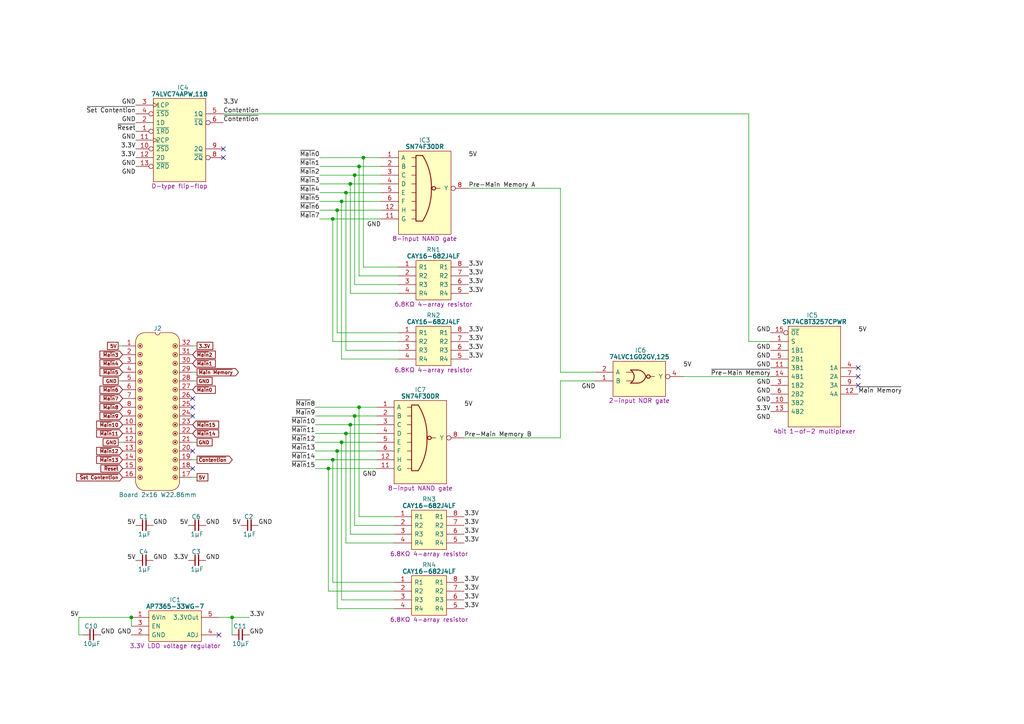
<source format=kicad_sch>
(kicad_sch (version 20250114) (generator "eeschema") (generator_version "9.0")
  (paper "A4")
  (title_block (title "Main Memory Full Enable") (date "2025-09-16") (rev "V0"))
  (lib_symbols
    (symbol "Bourns:CAY16-682J4LF" (pin_names (offset 0.762))
      (property "Reference" "RN" (at 10.16 5.08 0))
      (property "Value" "CAY16-682J4LF" (at 10.16 3.175 0))
      (property "Description" "6.8KΩ 4-array resistor" (at 10.16 -10.795 0))
      (symbol "CAY16-682J4LF_0_0"
        (pin passive line (at 0 0 0) (length 5.08) (name "R1") (number "1"))
        (pin passive line (at 0 -2.54 0) (length 5.08) (name "R2") (number "2"))
        (pin passive line (at 0 -5.08 0) (length 5.08) (name "R3") (number "3"))
        (pin passive line (at 0 -7.62 0) (length 5.08) (name "R4") (number "4"))
        (pin passive line (at 20.32 0 180) (length 5.08) (name "R1") (number "8"))
        (pin passive line (at 20.32 -2.54 180) (length 5.08) (name "R2") (number "7"))
        (pin passive line (at 20.32 -5.08 180) (length 5.08) (name "R3") (number "6"))
        (pin passive line (at 20.32 -7.62 180) (length 5.08) (name "R4") (number "5"))
      )
      (symbol "CAY16-682J4LF_0_1"
        (polyline (pts (xy 5.08 1.905) (xy 15.24 1.905) (xy 15.24 -9.525) (xy 5.08 -9.525) (xy 5.08 1.905)) (stroke (width 0.1524)) (fill (type background)))
      )
    )
    (symbol "Diodes_Inc:AP7365-33WG-7" (pin_names (offset 0.762))
      (property "Reference" "IC" (at 12.7 5.08 0))
      (property "Value" "AP7365-33WG-7" (at 12.7 3.175 0))
      (property "Description" "3.3V LDO voltage regulator" (at 12.7 -8.255 0))
      (symbol "AP7365-33WG-7_0_0"
        (pin input line (at 0 -2.54 0) (length 5.08) (name "EN") (number "3"))
        (pin passive line (at 0 -5.08 0) (length 5.08) (name "GND") (number "2"))
        (pin passive line (at 25.4 -5.08 180) (length 5.08) (name "ADJ") (number "4"))
      )
      (symbol "AP7365-33WG-7_0_1"
        (polyline (pts (xy 5.08 1.905) (xy 20.32 1.905) (xy 20.32 -6.985) (xy 5.08 -6.985) (xy 5.08 1.905)) (fill (type background)))
      )
      (symbol "AP7365-33WG-7_1_0"
        (pin passive line (at 0 0 0) (length 5.08) (name "6VIn") (number "1"))
        (pin passive line (at 25.4 0 180) (length 5.08) (name "3.3VOut") (number "5"))
      )
    )
    (symbol "HCP65:Board_02x16_W22.86mm" (pin_names (offset 1.016) (hide yes))
      (property "Reference" "J" (at 0 5.08 0))
      (property "Value" "Board 2x16 W22.86mm" (at 0 -43.18 0))
      (symbol "Board_02x16_W22.86mm_0_1"
        (polyline (pts (xy -6.35 1.27) (xy -6.35 -39.37)))
        (arc (start -3.8102 -41.9098) (mid -5.6063 -41.1659) (end -6.3502 -39.3698))
        (arc (start -6.35 1.27) (mid -5.6061 3.0661) (end -3.81 3.81))
        (polyline (pts (xy -3.81 3.81) (xy -0.635 3.81)))
        (arc (start 0.635 3.81) (mid 0 3.175) (end -0.635 3.81))
        (polyline (pts (xy 0.635 3.81) (xy 3.81 3.81)))
        (polyline (pts (xy 3.8098 -41.9098) (xy -3.81 -41.91)))
        (arc (start 3.81 3.81) (mid 5.6061 3.0661) (end 6.35 1.27))
        (arc (start 6.3498 -39.3698) (mid 5.6059 -41.1659) (end 3.8098 -41.9098))
        (polyline (pts (xy 6.35 -39.37) (xy 6.35 1.27)))
      )
      (symbol "Board_02x16_W22.86mm_1_1"
        (polyline (pts (xy -6.35 1.27) (xy -6.096 2.286) (xy -5.588 3.048) (xy -4.826 3.556) (xy -4.064 3.81) (xy -0.762 3.81) (xy -0.508 3.302) (xy 0 3.048) (xy 0 -41.91) (xy -3.81 -41.91) (xy -4.826 -41.656) (xy -5.588 -41.148) (xy -6.096 -40.386) (xy -6.35 -39.37) (xy -6.35 1.27)) (stroke (width -0.0001)) (fill (type background)))
        (circle (center -5.08 0) (radius 0.0001) (stroke (width 0.3)))
        (circle (center -5.08 0) (radius 0.635) (fill (type color) (color 255 255 255 1)))
        (circle (center -5.08 -2.54) (radius 0.0001) (stroke (width 0.3)))
        (circle (center -5.08 -2.54) (radius 0.635) (fill (type color) (color 255 255 255 1)))
        (circle (center -5.08 -5.08) (radius 0.0001) (stroke (width 0.3)))
        (circle (center -5.08 -5.08) (radius 0.635) (fill (type color) (color 255 255 255 1)))
        (circle (center -5.08 -7.62) (radius 0.0001) (stroke (width 0.3)))
        (circle (center -5.08 -7.62) (radius 0.635) (fill (type color) (color 255 255 255 1)))
        (circle (center -5.08 -10.16) (radius 0.0001) (stroke (width 0.3)))
        (circle (center -5.08 -10.16) (radius 0.635) (fill (type color) (color 255 255 255 1)))
        (circle (center -5.08 -12.7) (radius 0.0001) (stroke (width 0.3)))
        (circle (center -5.08 -12.7) (radius 0.635) (fill (type color) (color 255 255 255 1)))
        (circle (center -5.08 -15.24) (radius 0.0001) (stroke (width 0.3)))
        (circle (center -5.08 -15.24) (radius 0.635) (fill (type color) (color 255 255 255 1)))
        (circle (center -5.08 -17.78) (radius 0.0001) (stroke (width 0.3)))
        (circle (center -5.08 -17.78) (radius 0.635) (fill (type color) (color 255 255 255 1)))
        (circle (center -5.08 -20.32) (radius 0.0001) (stroke (width 0.3)))
        (circle (center -5.08 -20.32) (radius 0.635) (fill (type color) (color 255 255 255 1)))
        (circle (center -5.08 -22.86) (radius 0.0001) (stroke (width 0.3)))
        (circle (center -5.08 -22.86) (radius 0.635) (fill (type color) (color 255 255 255 1)))
        (circle (center -5.08 -25.4) (radius 0.0001) (stroke (width 0.3)))
        (circle (center -5.08 -25.4) (radius 0.635) (fill (type color) (color 255 255 255 1)))
        (circle (center -5.08 -27.94) (radius 0.0001) (stroke (width 0.3)))
        (circle (center -5.08 -27.94) (radius 0.635) (fill (type color) (color 255 255 255 1)))
        (circle (center -5.08 -30.48) (radius 0.0001) (stroke (width 0.3)))
        (circle (center -5.08 -30.48) (radius 0.635) (fill (type color) (color 255 255 255 1)))
        (circle (center -5.08 -33.02) (radius 0.0001) (stroke (width 0.3)))
        (circle (center -5.08 -33.02) (radius 0.635) (fill (type color) (color 255 255 255 1)))
        (circle (center -5.08 -35.56) (radius 0.0001) (stroke (width 0.3)))
        (circle (center -5.08 -35.56) (radius 0.635) (fill (type color) (color 255 255 255 1)))
        (circle (center -5.08 -38.1) (radius 0.0001) (stroke (width 0.3)))
        (circle (center -5.08 -38.1) (radius 0.635) (fill (type color) (color 255 255 255 1)))
        (circle (center 5.08 0) (radius 0.0001) (stroke (width 0.3)))
        (circle (center 5.08 0) (radius 0.635) (fill (type color) (color 255 255 255 1)))
        (circle (center 5.08 -2.54) (radius 0.0001) (stroke (width 0.3)))
        (circle (center 5.08 -2.54) (radius 0.635) (fill (type color) (color 255 255 255 1)))
        (circle (center 5.08 -5.08) (radius 0.0001) (stroke (width 0.3)))
        (circle (center 5.08 -5.08) (radius 0.635) (fill (type color) (color 255 255 255 1)))
        (circle (center 5.08 -7.62) (radius 0.0001) (stroke (width 0.3)))
        (circle (center 5.08 -7.62) (radius 0.635) (fill (type color) (color 255 255 255 1)))
        (circle (center 5.08 -10.16) (radius 0.0001) (stroke (width 0.3)))
        (circle (center 5.08 -10.16) (radius 0.635) (fill (type color) (color 255 255 255 1)))
        (circle (center 5.08 -12.7) (radius 0.0001) (stroke (width 0.3)))
        (circle (center 5.08 -12.7) (radius 0.635) (fill (type color) (color 255 255 255 1)))
        (circle (center 5.08 -15.24) (radius 0.0001) (stroke (width 0.3)))
        (circle (center 5.08 -15.24) (radius 0.635) (fill (type color) (color 255 255 255 1)))
        (circle (center 5.08 -17.78) (radius 0.0001) (stroke (width 0.3)))
        (circle (center 5.08 -17.78) (radius 0.635) (fill (type color) (color 255 255 255 1)))
        (circle (center 5.08 -20.32) (radius 0.0001) (stroke (width 0.3)))
        (circle (center 5.08 -20.32) (radius 0.635) (fill (type color) (color 255 255 255 1)))
        (circle (center 5.08 -22.86) (radius 0.0001) (stroke (width 0.3)))
        (circle (center 5.08 -22.86) (radius 0.635) (fill (type color) (color 255 255 255 1)))
        (circle (center 5.08 -25.4) (radius 0.0001) (stroke (width 0.3)))
        (circle (center 5.08 -25.4) (radius 0.635) (fill (type color) (color 255 255 255 1)))
        (circle (center 5.08 -27.94) (radius 0.0001) (stroke (width 0.3)))
        (circle (center 5.08 -27.94) (radius 0.635) (fill (type color) (color 255 255 255 1)))
        (circle (center 5.08 -30.48) (radius 0.0001) (stroke (width 0.3)))
        (circle (center 5.08 -30.48) (radius 0.635) (fill (type color) (color 255 255 255 1)))
        (circle (center 5.08 -33.02) (radius 0.0001) (stroke (width 0.3)))
        (circle (center 5.08 -33.02) (radius 0.635) (fill (type color) (color 255 255 255 1)))
        (circle (center 5.08 -35.56) (radius 0.0001) (stroke (width 0.3)))
        (circle (center 5.08 -35.56) (radius 0.635) (fill (type color) (color 255 255 255 1)))
        (circle (center 5.08 -38.1) (radius 0.0001) (stroke (width 0.3)))
        (circle (center 5.08 -38.1) (radius 0.635) (fill (type color) (color 255 255 255 1)))
        (polyline (pts (xy 6.35 1.27) (xy 6.096 2.286) (xy 5.588 3.048) (xy 4.826 3.556) (xy 4.064 3.81) (xy 0.762 3.81) (xy 0.508 3.302) (xy 0 3.048) (xy 0 -41.91) (xy 3.81 -41.91) (xy 4.826 -41.656) (xy 5.588 -41.148) (xy 6.096 -40.386) (xy 6.35 -39.37) (xy 6.35 1.27)) (stroke (width -0.0001)) (fill (type background)))
        (pin passive line (at -10.16 0 0) (length 3.81) (name "") (number "1"))
        (pin passive line (at -10.16 -2.54 0) (length 3.81) (name "") (number "2"))
        (pin passive line (at -10.16 -5.08 0) (length 3.81) (name "") (number "3"))
        (pin passive line (at -10.16 -7.62 0) (length 3.81) (name "") (number "4"))
        (pin passive line (at -10.16 -10.16 0) (length 3.81) (name "") (number "5"))
        (pin passive line (at -10.16 -12.7 0) (length 3.81) (name "") (number "6"))
        (pin passive line (at -10.16 -15.24 0) (length 3.81) (name "") (number "7"))
        (pin passive line (at -10.16 -17.78 0) (length 3.81) (name "") (number "8"))
        (pin passive line (at -10.16 -20.32 0) (length 3.81) (name "") (number "9"))
        (pin passive line (at -10.16 -22.86 0) (length 3.81) (name "") (number "10"))
        (pin passive line (at -10.16 -25.4 0) (length 3.81) (name "") (number "11"))
        (pin passive line (at -10.16 -27.94 0) (length 3.81) (name "") (number "12"))
        (pin passive line (at -10.16 -30.48 0) (length 3.81) (name "") (number "13"))
        (pin passive line (at -10.16 -33.02 0) (length 3.81) (name "") (number "14"))
        (pin passive line (at -10.16 -35.56 0) (length 3.81) (name "") (number "15"))
        (pin passive line (at -10.16 -38.1 0) (length 3.81) (name "") (number "16"))
        (pin passive line (at 10.16 0 180) (length 3.81) (name "") (number "32"))
        (pin passive line (at 10.16 -2.54 180) (length 3.81) (name "") (number "31"))
        (pin passive line (at 10.16 -5.08 180) (length 3.81) (name "") (number "30"))
        (pin passive line (at 10.16 -7.62 180) (length 3.81) (name "") (number "29"))
        (pin passive line (at 10.16 -10.16 180) (length 3.81) (name "") (number "28"))
        (pin passive line (at 10.16 -12.7 180) (length 3.81) (name "") (number "27"))
        (pin passive line (at 10.16 -15.24 180) (length 3.81) (name "") (number "26"))
        (pin passive line (at 10.16 -17.78 180) (length 3.81) (name "") (number "25"))
        (pin passive line (at 10.16 -20.32 180) (length 3.81) (name "") (number "24"))
        (pin passive line (at 10.16 -22.86 180) (length 3.81) (name "") (number "23"))
        (pin passive line (at 10.16 -25.4 180) (length 3.81) (name "") (number "22"))
        (pin passive line (at 10.16 -27.94 180) (length 3.81) (name "") (number "21"))
        (pin passive line (at 10.16 -30.48 180) (length 3.81) (name "") (number "20"))
        (pin passive line (at 10.16 -33.02 180) (length 3.81) (name "") (number "19"))
        (pin passive line (at 10.16 -35.56 180) (length 3.81) (name "") (number "18"))
        (pin passive line (at 10.16 -38.1 180) (length 3.81) (name "") (number "17"))
      )
    )
    (symbol "HCP65:C_0805" (pin_numbers (hide yes)) (pin_names (offset 0.254) (hide yes))
      (property "Reference" "C" (at 2.286 2.54 0))
      (property "Value" "?μF" (at 2.54 -2.54 0))
      (symbol "C_0805_0_1"
        (polyline (pts (xy 1.9685 -1.4605) (xy 1.9685 1.5875)) (stroke (width 0.3048)))
        (polyline (pts (xy 2.9845 -1.4605) (xy 2.9845 1.5875)) (stroke (width 0.3302)))
      )
      (symbol "C_0805_1_1"
        (pin passive line (at 0 0 0) (length 2.032) (name "~") (number "1"))
        (pin passive line (at 5.08 0 180) (length 2.032) (name "~") (number "2"))
      )
    )
    (symbol "Nexperia:74LVC1G02GV,125" (pin_names (offset 0.762))
      (property "Reference" "IC" (at 11.43 6.35 0))
      (property "Value" "74LVC1G02GV,125" (at 3.81 4.445 0))
      (property "Description" "2-input NOR gate" (at 3.81 -8.255 0))
      (symbol "74LVC1G02GV,125_0_0"
        (pin input line (at 0 0 0) (length 5.08) (name "A") (number "2"))
        (pin input line (at 0 -2.54 0) (length 5.08) (name "B") (number "1"))
        (pin passive line (at 0 -5.08 0) (length 5.08) (hide yes) (name "GND") (number "3"))
        (pin passive line (at 25.4 1.27 180) (length 5.08) (hide yes) (name "3V") (number "5"))
        (pin output inverted (at 25.4 -1.27 180) (length 5.08) (name "Y") (number "4"))
      )
      (symbol "74LVC1G02GV,125_0_1"
        (polyline (pts (xy 5.08 3.175) (xy 20.32 3.175) (xy 20.32 -6.985) (xy 5.08 -6.985) (xy 5.08 3.175)) (stroke (width 0.1524)) (fill (type background)))
        (polyline (pts (xy 8.89 0) (xy 10.795 0)))
        (polyline (pts (xy 8.89 -2.54) (xy 10.795 -2.54)))
        (arc (start 10.16 0.635) (mid 11.2105 -1.27) (end 10.16 -3.175) (stroke (width 0.254)))
        (polyline (pts (xy 12.065 0.635) (xy 10.16 0.635)) (stroke (width 0.254)) (fill (type background)))
        (polyline (pts (xy 12.065 -3.175) (xy 10.16 -3.175)) (stroke (width 0.254)) (fill (type background)))
        (arc (start 14.605 -1.27) (mid 13.6635 -2.6605) (end 12.065 -3.175) (stroke (width 0.254)))
        (arc (start 12.065 0.635) (mid 13.664 0.1212) (end 14.605 -1.27) (stroke (width 0.254)))
        (circle (center 15.328 -1.27) (radius 0.508) (stroke (width 0.254)))
        (polyline (pts (xy 15.963 -1.27) (xy 17.145 -1.27)))
      )
    )
    (symbol "Nexperia:74LVC74APW,118" (pin_names (offset 0.762))
      (property "Reference" "IC" (at 12.065 5.08 0))
      (property "Value" "74LVC74APW,118" (at 12.7 3.175 0))
      (property "Description" "D-type flip-flop" (at 12.7 -23.495 0))
      (symbol "74LVC74APW,118_0_0"
        (pin input clock (at 0 0 0) (length 5.08) (name "1CP") (number "3"))
        (pin input inverted (at 0 -2.54 0) (length 5.08) (name "~{1SD}") (number "4"))
        (pin input line (at 0 -5.08 0) (length 5.08) (name "1D") (number "2"))
        (pin input inverted (at 0 -7.62 0) (length 5.08) (name "~{1RD}") (number "1"))
        (pin input clock (at 0 -10.16 0) (length 5.08) (name "2CP") (number "11"))
        (pin input inverted (at 0 -12.7 0) (length 5.08) (name "~{2SD}") (number "10"))
        (pin input line (at 0 -15.24 0) (length 5.08) (name "2D") (number "12"))
        (pin input inverted (at 0 -17.78 0) (length 5.08) (name "~{2RD}") (number "13"))
        (pin passive line (at 0 -20.32 0) (length 5.08) (hide yes) (name "GND") (number "7"))
        (pin passive line (at 25.4 0 180) (length 5.08) (hide yes) (name "3V") (number "14"))
        (pin output line (at 25.4 -2.54 180) (length 5.08) (name "1Q") (number "5"))
        (pin output inverted (at 25.4 -5.08 180) (length 5.08) (name "~{1Q}") (number "6"))
        (pin output line (at 25.4 -12.7 180) (length 5.08) (name "2Q") (number "9"))
        (pin output inverted (at 25.4 -15.24 180) (length 5.08) (name "~{2Q}") (number "8"))
      )
      (symbol "74LVC74APW,118_0_1"
        (polyline (pts (xy 5.08 1.905) (xy 20.32 1.905) (xy 20.32 -22.225) (xy 5.08 -22.225) (xy 5.08 1.905)) (stroke (width 0.1524)) (fill (type background)))
      )
    )
    (symbol "Texas_Instruments:SN74CBT3257CPWR" (pin_names (offset 0.762))
      (property "Reference" "IC" (at 12.065 5.08 0))
      (property "Value" "SN74CBT3257CPWR" (at 12.7 3.175 0))
      (property "Description" "4bit 1-of-2 multiplexer" (at 12.7 -28.575 0))
      (symbol "SN74CBT3257CPWR_0_0"
        (pin input line (at 0 -2.54 0) (length 5.08) (name "S") (number "1"))
        (pin passive line (at 0 -25.4 0) (length 5.08) (hide yes) (name "GND") (number "8"))
      )
      (symbol "SN74CBT3257CPWR_0_1"
        (polyline (pts (xy 5.08 1.905) (xy 20.32 1.905) (xy 20.32 -27.305) (xy 5.08 -27.305) (xy 5.08 1.905)) (stroke (width 0.1524)) (fill (type background)))
      )
      (symbol "SN74CBT3257CPWR_1_0"
        (pin input inverted (at 0 0 0) (length 5.08) (name "~{OE}") (number "15"))
        (pin tri_state line (at 0 -5.08 0) (length 5.08) (name "1B1") (number "2"))
        (pin tri_state line (at 0 -7.62 0) (length 5.08) (name "2B1") (number "5"))
        (pin tri_state line (at 0 -10.16 0) (length 5.08) (name "3B1") (number "11"))
        (pin tri_state line (at 0 -12.7 0) (length 5.08) (name "4B1") (number "14"))
        (pin tri_state line (at 0 -15.24 0) (length 5.08) (name "1B2") (number "3"))
        (pin tri_state line (at 0 -17.78 0) (length 5.08) (name "2B2") (number "6"))
        (pin tri_state line (at 0 -20.32 0) (length 5.08) (name "3B2") (number "10"))
        (pin tri_state line (at 0 -22.86 0) (length 5.08) (name "4B2") (number "13"))
        (pin passive line (at 25.4 0 180) (length 5.08) (hide yes) (name "5V") (number "16"))
        (pin tri_state line (at 25.4 -10.16 180) (length 5.08) (name "1A") (number "4"))
        (pin tri_state line (at 25.4 -12.7 180) (length 5.08) (name "2A") (number "7"))
        (pin tri_state line (at 25.4 -15.24 180) (length 5.08) (name "3A") (number "9"))
        (pin tri_state line (at 25.4 -17.78 180) (length 5.08) (name "4A") (number "12"))
      )
    )
    (symbol "Texas_Instruments:SN74F30DR" (pin_names (offset 0.762))
      (property "Reference" "IC" (at 12.7 5.08 0))
      (property "Value" "SN74F30DR" (at 12.7 3.175 0))
      (property "Description" "8-input NAND gate" (at 12.7 -23.495 0))
      (symbol "SN74F30DR_0_0"
        (pin input line (at 0 0 0) (length 5.08) (name "A") (number "1"))
        (pin input line (at 0 -2.54 0) (length 5.08) (name "B") (number "2"))
        (pin input line (at 0 -5.08 0) (length 5.08) (name "C") (number "3"))
        (pin input line (at 0 -7.62 0) (length 5.08) (name "D") (number "4"))
        (pin input line (at 0 -10.16 0) (length 5.08) (name "E") (number "5"))
        (pin input line (at 0 -12.7 0) (length 5.08) (name "F") (number "6"))
        (pin input line (at 0 -15.24 0) (length 5.08) (name "H") (number "12"))
        (pin input line (at 0 -17.78 0) (length 5.08) (name "G") (number "11"))
        (pin passive line (at 0 -20.32 0) (length 5.08) (hide yes) (name "GND") (number "7"))
        (pin passive line (at 25.4 0 180) (length 5.08) (hide yes) (name "5V") (number "14"))
        (pin no_connect line (at 25.4 -15.24 180) (length 5.08) (hide yes) (name "N.C.") (number "13"))
        (pin no_connect line (at 25.4 -17.78 180) (length 5.08) (hide yes) (name "N.C.") (number "10"))
        (pin no_connect line (at 25.4 -20.32 180) (length 5.08) (hide yes) (name "N.C.") (number "9"))
      )
      (symbol "SN74F30DR_0_1"
        (arc (start 12.065 0.635) (mid 14.0638 -3.9331) (end 14.605 -8.89) (stroke (width 0.254)))
        (arc (start 14.605 -8.89) (mid 14.065 -13.8472) (end 12.065 -18.415) (stroke (width 0.254)))
        (polyline (pts (xy 5.08 1.905) (xy 20.32 1.905) (xy 20.32 -22.225) (xy 5.08 -22.225) (xy 5.08 1.905)) (stroke (width 0.1524)) (fill (type background)))
        (polyline (pts (xy 8.89 0) (xy 10.1599 0)))
        (polyline (pts (xy 8.89 -2.54) (xy 10.1599 -2.54)))
        (polyline (pts (xy 8.89 -5.08) (xy 10.1599 -5.08)))
        (polyline (pts (xy 8.89 -7.62) (xy 10.1599 -7.62)))
        (polyline (pts (xy 8.89 -10.16) (xy 10.1599 -10.16)))
        (polyline (pts (xy 8.89 -12.7) (xy 10.1599 -12.7)))
        (polyline (pts (xy 8.89 -15.24) (xy 10.1599 -15.24)))
        (polyline (pts (xy 8.89 -17.78) (xy 10.1599 -17.78)))
        (polyline (pts (xy 10.16 0.635) (xy 10.16 -18.415)) (stroke (width 0.254)) (fill (type background)))
        (polyline (pts (xy 12.065 0.635) (xy 10.248 0.635)) (stroke (width 0.254)) (fill (type background)))
        (polyline (pts (xy 12.065 -18.415) (xy 10.248 -18.415)) (stroke (width 0.254)) (fill (type background)))
        (circle (center 15.328 -8.89) (radius 0.508) (stroke (width 0.254)))
        (polyline (pts (xy 15.963 -8.89) (xy 17.145 -8.89)))
      )
      (symbol "SN74F30DR_1_0"
        (pin output inverted (at 25.4 -8.89 180) (length 5.08) (name "Y") (number "8"))
      )
    )
  )
  (junction (at 99.06 128.27))
  (junction (at 101.6 123.19))
  (junction (at 104.14 48.26))
  (junction (at 102.87 50.8))
  (junction (at 99.06 58.42))
  (junction (at 38.1 179.07))
  (junction (at 96.52 63.5))
  (junction (at 97.79 130.81))
  (junction (at 95.25 135.89))
  (junction (at 105.41 45.72))
  (junction (at 100.33 125.73))
  (junction (at 67.31 179.07))
  (junction (at 102.87 120.65))
  (junction (at 101.6 53.34))
  (junction (at 100.33 55.88))
  (junction (at 104.14 118.11))
  (junction (at 97.79 60.96))
  (junction (at 96.52 133.35))
  (no_connect (at 248.92 109.22))
  (no_connect (at 63.5 184.15))
  (no_connect (at 55.88 115.57))
  (no_connect (at 64.77 45.72))
  (no_connect (at 55.88 130.81))
  (no_connect (at 55.88 118.11))
  (no_connect (at 64.77 43.18))
  (no_connect (at 55.88 135.89))
  (no_connect (at 248.92 106.68))
  (no_connect (at 248.92 111.76))
  (no_connect (at 55.88 120.65))
  (wire (pts (xy 97.79 130.81) (xy 97.79 176.53)))
  (wire (pts (xy 55.88 110.49) (xy 57.15 110.49)))
  (wire (pts (xy 91.44 120.65) (xy 102.87 120.65)))
  (wire (pts (xy 92.71 50.8) (xy 102.87 50.8)))
  (wire (pts (xy 115.57 104.14) (xy 99.06 104.14)))
  (wire (pts (xy 34.29 100.33) (xy 35.56 100.33)))
  (wire (pts (xy 101.6 154.94) (xy 101.6 123.19)))
  (wire (pts (xy 96.52 133.35) (xy 109.22 133.35)))
  (wire (pts (xy 101.6 53.34) (xy 110.49 53.34)))
  (wire (pts (xy 115.57 96.52) (xy 97.79 96.52)))
  (wire (pts (xy 162.56 107.95) (xy 162.56 54.61)))
  (wire (pts (xy 67.31 184.15) (xy 67.31 179.07)))
  (wire (pts (xy 34.29 110.49) (xy 35.56 110.49)))
  (wire (pts (xy 115.57 99.06) (xy 96.52 99.06)))
  (wire (pts (xy 92.71 48.26) (xy 104.14 48.26)))
  (wire (pts (xy 91.44 135.89) (xy 95.25 135.89)))
  (wire (pts (xy 55.88 100.33) (xy 57.15 100.33)))
  (wire (pts (xy 100.33 157.48) (xy 100.33 125.73)))
  (wire (pts (xy 217.17 99.06) (xy 223.52 99.06)))
  (wire (pts (xy 101.6 85.09) (xy 101.6 53.34)))
  (wire (pts (xy 100.33 55.88) (xy 100.33 101.6)))
  (wire (pts (xy 114.3 171.45) (xy 95.25 171.45)))
  (wire (pts (xy 92.71 63.5) (xy 96.52 63.5)))
  (wire (pts (xy 95.25 135.89) (xy 95.25 171.45)))
  (wire (pts (xy 96.52 63.5) (xy 110.49 63.5)))
  (wire (pts (xy 114.3 152.4) (xy 102.87 152.4)))
  (wire (pts (xy 22.86 179.07) (xy 38.1 179.07)))
  (wire (pts (xy 57.15 107.95) (xy 55.88 107.95)))
  (wire (pts (xy 114.3 149.86) (xy 104.14 149.86)))
  (wire (pts (xy 114.3 176.53) (xy 97.79 176.53)))
  (wire (pts (xy 91.44 133.35) (xy 96.52 133.35)))
  (wire (pts (xy 64.77 33.02) (xy 217.17 33.02)))
  (wire (pts (xy 162.56 110.49) (xy 162.56 127)))
  (wire (pts (xy 38.1 179.07) (xy 38.1 181.61)))
  (wire (pts (xy 96.52 133.35) (xy 96.52 168.91)))
  (wire (pts (xy 91.44 118.11) (xy 104.14 118.11)))
  (wire (pts (xy 57.15 138.43) (xy 55.88 138.43)))
  (wire (pts (xy 114.3 154.94) (xy 101.6 154.94)))
  (wire (pts (xy 92.71 60.96) (xy 97.79 60.96)))
  (wire (pts (xy 100.33 125.73) (xy 109.22 125.73)))
  (wire (pts (xy 114.3 168.91) (xy 96.52 168.91)))
  (wire (pts (xy 99.06 58.42) (xy 110.49 58.42)))
  (wire (pts (xy 92.71 45.72) (xy 105.41 45.72)))
  (wire (pts (xy 97.79 130.81) (xy 109.22 130.81)))
  (wire (pts (xy 97.79 60.96) (xy 110.49 60.96)))
  (wire (pts (xy 102.87 120.65) (xy 109.22 120.65)))
  (wire (pts (xy 104.14 149.86) (xy 104.14 118.11)))
  (wire (pts (xy 105.41 45.72) (xy 110.49 45.72)))
  (wire (pts (xy 96.52 63.5) (xy 96.52 99.06)))
  (wire (pts (xy 104.14 118.11) (xy 109.22 118.11)))
  (wire (pts (xy 217.17 33.02) (xy 217.17 99.06)))
  (wire (pts (xy 115.57 101.6) (xy 100.33 101.6)))
  (wire (pts (xy 102.87 82.55) (xy 102.87 50.8)))
  (wire (pts (xy 115.57 80.01) (xy 104.14 80.01)))
  (wire (pts (xy 63.5 179.07) (xy 67.31 179.07)))
  (wire (pts (xy 99.06 128.27) (xy 99.06 173.99)))
  (wire (pts (xy 100.33 55.88) (xy 110.49 55.88)))
  (wire (pts (xy 102.87 50.8) (xy 110.49 50.8)))
  (wire (pts (xy 198.12 109.22) (xy 223.52 109.22)))
  (wire (pts (xy 99.06 128.27) (xy 109.22 128.27)))
  (wire (pts (xy 101.6 123.19) (xy 109.22 123.19)))
  (wire (pts (xy 114.3 173.99) (xy 99.06 173.99)))
  (wire (pts (xy 104.14 80.01) (xy 104.14 48.26)))
  (wire (pts (xy 102.87 152.4) (xy 102.87 120.65)))
  (wire (pts (xy 105.41 77.47) (xy 105.41 45.72)))
  (wire (pts (xy 114.3 157.48) (xy 100.33 157.48)))
  (wire (pts (xy 91.44 125.73) (xy 100.33 125.73)))
  (wire (pts (xy 95.25 135.89) (xy 109.22 135.89)))
  (wire (pts (xy 92.71 55.88) (xy 100.33 55.88)))
  (wire (pts (xy 99.06 58.42) (xy 99.06 104.14)))
  (wire (pts (xy 22.86 179.07) (xy 22.86 184.15)))
  (wire (pts (xy 57.15 128.27) (xy 55.88 128.27)))
  (wire (pts (xy 91.44 130.81) (xy 97.79 130.81)))
  (wire (pts (xy 92.71 53.34) (xy 101.6 53.34)))
  (wire (pts (xy 115.57 85.09) (xy 101.6 85.09)))
  (wire (pts (xy 34.29 128.27) (xy 35.56 128.27)))
  (wire (pts (xy 134.62 127) (xy 162.56 127)))
  (wire (pts (xy 115.57 77.47) (xy 105.41 77.47)))
  (wire (pts (xy 97.79 60.96) (xy 97.79 96.52)))
  (wire (pts (xy 172.72 107.95) (xy 162.56 107.95)))
  (wire (pts (xy 104.14 48.26) (xy 110.49 48.26)))
  (wire (pts (xy 115.57 82.55) (xy 102.87 82.55)))
  (wire (pts (xy 92.71 58.42) (xy 99.06 58.42)))
  (wire (pts (xy 172.72 110.49) (xy 162.56 110.49)))
  (wire (pts (xy 22.86 184.15) (xy 24.13 184.15)))
  (wire (pts (xy 91.44 123.19) (xy 101.6 123.19)))
  (wire (pts (xy 67.31 179.07) (xy 72.39 179.07)))
  (wire (pts (xy 91.44 128.27) (xy 99.06 128.27)))
  (wire (pts (xy 135.89 54.61) (xy 162.56 54.61)))
  (wire (pts (xy 57.15 133.35) (xy 55.88 133.35)))
  (label "3.3V" (at 134.62 154.94 0))
  (label "GND" (at 44.45 152.4 0))
  (label "3.3V" (at 135.89 99.06 0))
  (label "~{Main}10" (at 91.44 123.19 180))
  (label "5V" (at 54.61 152.4 180))
  (label "3.3V" (at 54.61 162.56 180))
  (label "3.3V" (at 135.89 82.55 0))
  (label "5V" (at 39.37 152.4 180))
  (label "~{Main Memory}" (at 248.92 114.3 0))
  (label "~{Pre-Main Memory}" (at 223.52 109.22 180))
  (label "Pre-Main Memory B" (at 134.62 127 0))
  (label "GND" (at 72.39 184.15 0))
  (label "~{Main}4" (at 92.71 55.88 180))
  (label "~{Main}12" (at 91.44 128.27 180))
  (label "GND" (at 172.72 113.03 180))
  (label "~{Main}15" (at 91.44 135.89 180))
  (label "3.3V" (at 134.62 149.86 0))
  (label "GND" (at 39.37 30.48 180))
  (label "GND" (at 223.52 116.84 180))
  (label "GND" (at 29.21 184.15 0))
  (label "5V" (at 22.86 179.07 180))
  (label "5V" (at 134.62 118.11 0))
  (label "~{Main}13" (at 91.44 130.81 180))
  (label "GND" (at 223.52 114.3 180))
  (label "GND" (at 39.37 40.64 180))
  (label "3.3V" (at 134.62 171.45 0))
  (label "GND" (at 110.49 66.04 180))
  (label "GND" (at 223.52 101.6 180))
  (label "GND" (at 39.37 48.26 180))
  (label "GND" (at 38.1 184.15 180))
  (label "~{Main}3" (at 92.71 53.34 180))
  (label "GND" (at 59.69 152.4 0))
  (label "5V" (at 135.89 45.72 0))
  (label "GND" (at 74.93 152.4 0))
  (label "3.3V" (at 134.62 173.99 0))
  (label "3.3V" (at 135.89 96.52 0))
  (label "GND" (at 39.37 50.8 180))
  (label "~{Main}6" (at 92.71 60.96 180))
  (label "GND" (at 223.52 111.76 180))
  (label "~{Main}11" (at 91.44 125.73 180))
  (label "~{Set Contention}" (at 39.37 33.02 180))
  (label "5V" (at 39.37 162.56 180))
  (label "~{Contention}" (at 64.77 35.56 0))
  (label "3.3V" (at 64.77 30.48 0))
  (label "3.3V" (at 223.52 119.38 180))
  (label "3.3V" (at 135.89 80.01 0))
  (label "~{Main}5" (at 92.71 58.42 180))
  (label "5V" (at 69.85 152.4 180))
  (label "GND" (at 223.52 104.14 180))
  (label "~{Main}9" (at 91.44 120.65 180))
  (label "~{Reset}" (at 39.37 38.1 180))
  (label "3.3V" (at 134.62 168.91 0))
  (label "GND" (at 59.69 162.56 0))
  (label "3.3V" (at 39.37 43.18 180))
  (label "~{Main}2" (at 92.71 50.8 180))
  (label "3.3V" (at 72.39 179.07 0))
  (label "Contention" (at 64.77 33.02 0))
  (label "3.3V" (at 134.62 152.4 0))
  (label "~{Main}0" (at 92.71 45.72 180))
  (label "3.3V" (at 134.62 157.48 0))
  (label "GND" (at 39.37 35.56 180))
  (label "GND" (at 109.22 138.43 180))
  (label "~{Main}14" (at 91.44 133.35 180))
  (label "GND" (at 223.52 96.52 180))
  (label "3.3V" (at 39.37 45.72 180))
  (label "GND" (at 223.52 121.92 180))
  (label "3.3V" (at 134.62 176.53 0))
  (label "5V" (at 198.12 106.68 0))
  (label "~{Main}7" (at 92.71 63.5 180))
  (label "3.3V" (at 135.89 104.14 0))
  (label "~{Main}1" (at 92.71 48.26 180))
  (label "3.3V" (at 135.89 85.09 0))
  (label "GND" (at 44.45 162.56 0))
  (label "3.3V" (at 135.89 77.47 0))
  (label "Pre-Main Memory A" (at 135.89 54.61 0))
  (label "~{Main}8" (at 91.44 118.11 180))
  (label "GND" (at 223.52 106.68 180))
  (label "5V" (at 248.92 96.52 0))
  (label "3.3V" (at 135.89 101.6 0))
  (global_label "~{Main}2" (shape input) (at 55.88 102.87 0) (effects (font (size 1 1) (thickness 0.2) (bold yes))) (property "Intersheetrefs" "${INTERSHEET_REFS}" (effects (hide yes))))
  (global_label "~{Main}4" (shape input) (at 35.56 105.41 180) (effects (font (size 1 1) (thickness 0.2) (bold yes))) (property "Intersheetrefs" "${INTERSHEET_REFS}" (effects (hide yes))))
  (global_label "~{Main}14" (shape input) (at 55.88 125.73 0) (effects (font (size 1 1) (thickness 0.2) (bold yes))) (property "Intersheetrefs" "${INTERSHEET_REFS}" (effects (hide yes))))
  (global_label "~{Set Contention}" (shape input) (at 35.56 138.43 180) (effects (font (size 1 1) (thickness 0.2) (bold yes))) (property "Intersheetrefs" "${INTERSHEET_REFS}" (effects (hide yes))))
  (global_label "3.3V" (shape passive) (at 57.15 100.33 0) (effects (font (size 1 1) (thickness 0.2) (bold yes))) (property "Intersheetrefs" "${INTERSHEET_REFS}" (effects (hide yes))))
  (global_label "~{Main}13" (shape input) (at 35.56 133.35 180) (effects (font (size 1 1) (thickness 0.2) (bold yes))) (property "Intersheetrefs" "${INTERSHEET_REFS}" (effects (hide yes))))
  (global_label "~{Main}5" (shape input) (at 35.56 107.95 180) (effects (font (size 1 1) (thickness 0.2) (bold yes))) (property "Intersheetrefs" "${INTERSHEET_REFS}" (effects (hide yes))))
  (global_label "~{Main}6" (shape input) (at 35.56 113.03 180) (effects (font (size 1 1) (thickness 0.2) (bold yes))) (property "Intersheetrefs" "${INTERSHEET_REFS}" (effects (hide yes))))
  (global_label "~{Reset}" (shape input) (at 35.56 135.89 180) (effects (font (size 1 1) (thickness 0.2) (bold yes))) (property "Intersheetrefs" "${INTERSHEET_REFS}" (effects (hide yes))))
  (global_label "5V" (shape passive) (at 34.29 100.33 180) (effects (font (size 1 1) (thickness 0.2) (bold yes))) (property "Intersheetrefs" "${INTERSHEET_REFS}" (effects (hide yes))))
  (global_label "~{Main}0" (shape input) (at 55.88 113.03 0) (effects (font (size 1 1) (thickness 0.2) (bold yes))) (property "Intersheetrefs" "${INTERSHEET_REFS}" (effects (hide yes))))
  (global_label "~{Main}7" (shape input) (at 35.56 115.57 180) (effects (font (size 1 1) (thickness 0.2) (bold yes))) (property "Intersheetrefs" "${INTERSHEET_REFS}" (effects (hide yes))))
  (global_label "GND" (shape passive) (at 57.15 110.49 0) (effects (font (size 1 1) (thickness 0.2) (bold yes))) (property "Intersheetrefs" "${INTERSHEET_REFS}" (effects (hide yes))))
  (global_label "5V" (shape passive) (at 57.15 138.43 0) (effects (font (size 1 1) (thickness 0.2) (bold yes))) (property "Intersheetrefs" "${INTERSHEET_REFS}" (effects (hide yes))))
  (global_label "~{Contention}" (shape output) (at 57.15 133.35 0) (effects (font (size 1 1) (thickness 0.2) (bold yes))) (property "Intersheetrefs" "${INTERSHEET_REFS}" (effects (hide yes))))
  (global_label "GND" (shape passive) (at 34.29 110.49 180) (effects (font (size 1 1) (thickness 0.2) (bold yes))) (property "Intersheetrefs" "${INTERSHEET_REFS}" (effects (hide yes))))
  (global_label "GND" (shape passive) (at 57.15 128.27 0) (effects (font (size 1 1) (thickness 0.2) (bold yes))) (property "Intersheetrefs" "${INTERSHEET_REFS}" (effects (hide yes))))
  (global_label "~{Main}9" (shape input) (at 35.56 120.65 180) (effects (font (size 1 1) (thickness 0.2) (bold yes))) (property "Intersheetrefs" "${INTERSHEET_REFS}" (effects (hide yes))))
  (global_label "~{Main}15" (shape input) (at 55.88 123.19 0) (effects (font (size 1 1) (thickness 0.2) (bold yes))) (property "Intersheetrefs" "${INTERSHEET_REFS}" (effects (hide yes))))
  (global_label "~{Main}3" (shape input) (at 35.56 102.87 180) (effects (font (size 1 1) (thickness 0.2) (bold yes))) (property "Intersheetrefs" "${INTERSHEET_REFS}" (effects (hide yes))))
  (global_label "~{Main}11" (shape input) (at 35.56 125.73 180) (effects (font (size 1 1) (thickness 0.2) (bold yes))) (property "Intersheetrefs" "${INTERSHEET_REFS}" (effects (hide yes))))
  (global_label "~{Main}10" (shape input) (at 35.56 123.19 180) (effects (font (size 1 1) (thickness 0.2) (bold yes))) (property "Intersheetrefs" "${INTERSHEET_REFS}" (effects (hide yes))))
  (global_label "GND" (shape passive) (at 34.29 128.27 180) (effects (font (size 1 1) (thickness 0.2) (bold yes))) (property "Intersheetrefs" "${INTERSHEET_REFS}" (effects (hide yes))))
  (global_label "~{Main Memory}" (shape output) (at 57.15 107.95 0) (effects (font (size 1 1) (thickness 0.2) (bold yes))) (property "Intersheetrefs" "${INTERSHEET_REFS}" (effects (hide yes))))
  (global_label "~{Main}8" (shape input) (at 35.56 118.11 180) (effects (font (size 1 1) (thickness 0.2) (bold yes))) (property "Intersheetrefs" "${INTERSHEET_REFS}" (effects (hide yes))))
  (global_label "~{Main}12" (shape input) (at 35.56 130.81 180) (effects (font (size 1 1) (thickness 0.2) (bold yes))) (property "Intersheetrefs" "${INTERSHEET_REFS}" (effects (hide yes))))
  (global_label "~{Main}1" (shape input) (at 55.88 105.41 0) (effects (font (size 1 1) (thickness 0.2) (bold yes))) (property "Intersheetrefs" "${INTERSHEET_REFS}" (effects (hide yes))))
  (symbol (lib_id "Bourns:CAY16-682J4LF") (at 115.57 77.47 0) (unit 1)
    (property "Reference" "RN1" (at 125.73 72.39 0))
    (property "Value" "CAY16-682J4LF" (at 125.73 74.295 0) (effects (font (bold yes))))
    (property "Footprint" "SamacSys_Parts:CAY16-J4" (effects (hide yes)))
    (property "Datasheet" "https://www.bourns.com/pdfs/CATCAY.pdf" (effects (hide yes)))
    (property "Description" "6.8KΩ 4-array resistor" (at 125.73 88.265 0))
    (property "Manufacturer_Name" "Bourns" (effects (hide yes)))
    (property "Silkscreen" "6.8KΩ" (effects (hide yes)))
  )
  (symbol (lib_id "HCP65:Board_02x16_W22.86mm") (at 45.72 100.33 0) (unit 1)
    (property "Reference" "J2" (at 45.72 95.25 0))
    (property "Value" "Board 2x16 W22.86mm" (at 45.72 143.51 0))
    (property "Footprint" "SamacSys_Parts:DIP-32_Board_W22.86mm" (effects (hide yes)))
  )
  (symbol (lib_id "Nexperia:74LVC1G02GV,125") (at 172.72 107.95 0) (unit 1)
    (property "Reference" "IC6" (at 184.15 101.6 0) (effects (justify left)))
    (property "Value" "74LVC1G02GV,125" (at 176.53 103.505 0) (effects (font (bold yes)) (justify left)))
    (property "Footprint" "SamacSys_Parts:SOT95P275X110-5N" (effects (hide yes)))
    (property "Datasheet" "https://assets.nexperia.com/documents/data-sheet/74LVC1G02.pdf" (effects (hide yes)))
    (property "Description" "2-input NOR gate" (at 176.53 116.205 0) (effects (justify left)))
    (property "Height" "1.1" (effects (hide yes)))
    (property "Manufacturer_Name" "Nexperia" (effects (hide yes)))
    (property "Manufacturer_Part_Number" "74LVC1G02GV,125" (effects (hide yes)))
    (property "Mouser Part Number" "771-LVC1G02GV125" (effects (hide yes)))
    (property "Mouser Price/Stock" "https://www.mouser.co.uk/ProductDetail/Nexperia/74LVC1G02GV125?qs=me8TqzrmIYX6GMf4PLx9gg%3D%3D" (effects (hide yes)))
    (property "Silkscreen" "'1G02" (effects (hide yes)))
  )
  (symbol (lib_id "HCP65:C_0805") (at 54.61 162.56 0) (unit 1)
    (property "Reference" "C3" (at 56.896 160.02 0))
    (property "Value" "1μF" (at 57.15 165.1 0))
    (property "Footprint" "SamacSys_Parts:C_0805" (effects (hide yes)))
  )
  (symbol (lib_id "HCP65:C_0805") (at 54.61 152.4 0) (unit 1)
    (property "Reference" "C6" (at 56.896 149.86 0))
    (property "Value" "1μF" (at 57.15 154.94 0))
    (property "Footprint" "SamacSys_Parts:C_0805" (effects (hide yes)))
  )
  (symbol (lib_id "Bourns:CAY16-682J4LF") (at 114.3 168.91 0) (unit 1)
    (property "Reference" "RN4" (at 124.46 163.83 0))
    (property "Value" "CAY16-682J4LF" (at 124.46 165.735 0) (effects (font (bold yes))))
    (property "Footprint" "SamacSys_Parts:CAY16-J4" (effects (hide yes)))
    (property "Datasheet" "https://www.bourns.com/pdfs/CATCAY.pdf" (effects (hide yes)))
    (property "Description" "6.8KΩ 4-array resistor" (at 124.46 179.705 0))
    (property "Manufacturer_Name" "Bourns" (effects (hide yes)))
    (property "Silkscreen" "6.8KΩ" (effects (hide yes)))
  )
  (symbol (lib_id "HCP65:C_0805") (at 39.37 152.4 0) (unit 1)
    (property "Reference" "C1" (at 41.656 149.86 0))
    (property "Value" "1μF" (at 41.91 154.94 0))
    (property "Footprint" "SamacSys_Parts:C_0805" (effects (hide yes)))
  )
  (symbol (lib_id "Texas_Instruments:SN74CBT3257CPWR") (at 223.52 96.52 0) (unit 1)
    (property "Reference" "IC5" (at 235.585 91.44 0))
    (property "Value" "SN74CBT3257CPWR" (at 236.22 93.345 0) (effects (font (bold yes))))
    (property "Footprint" "SamacSys_Parts:SOP65P640X120-16N" (effects (hide yes)))
    (property "Datasheet" "http://www.ti.com/lit/gpn/sn74cbt3257c" (effects (hide yes)))
    (property "Description" "4bit 1-of-2 multiplexer" (at 236.22 125.095 0))
    (property "Height" "1.2" (effects (hide yes)))
    (property "Manufacturer_Name" "Texas Instruments" (effects (hide yes)))
    (property "Manufacturer_Part_Number" "SN74CBT3257CPWR" (effects (hide yes)))
    (property "Mouser Part Number" "595-SN74CBT3257CPWR" (effects (hide yes)))
    (property "Mouser Price/Stock" "https://www.mouser.co.uk/ProductDetail/Texas-Instruments/SN74CBT3257CPWR?qs=mE33ZKBHyE5D4NimaCu2TA%3D%3D" (effects (hide yes)))
    (property "Silkscreen" "74CBT3257" (effects (hide yes)))
  )
  (symbol (lib_id "Texas_Instruments:SN74F30DR") (at 110.49 45.72 0) (unit 1)
    (property "Reference" "IC3" (at 123.19 40.64 0))
    (property "Value" "SN74F30DR" (at 123.19 42.545 0) (effects (font (bold yes))))
    (property "Footprint" "SamacSys_Parts:SOIC127P600X175-14N" (effects (hide yes)))
    (property "Datasheet" "http://www.ti.com/lit/gpn/sn74f30" (effects (hide yes)))
    (property "Description" "8-input NAND gate" (at 123.19 69.215 0))
    (property "Height" "1.75" (effects (hide yes)))
    (property "Manufacturer_Name" "Texas Instruments" (effects (hide yes)))
    (property "Manufacturer_Part_Number" "SN74F30DR" (effects (hide yes)))
    (property "Mouser Part Number" "595-SN74F30DR" (effects (hide yes)))
    (property "Mouser Price/Stock" "https://www.mouser.com/Search/Refine.aspx?Keyword=595-SN74F30DR" (effects (hide yes)))
    (property "Silkscreen" "74F30" (effects (hide yes)))
  )
  (symbol (lib_id "Bourns:CAY16-682J4LF") (at 114.3 149.86 0) (unit 1)
    (property "Reference" "RN3" (at 124.46 144.78 0))
    (property "Value" "CAY16-682J4LF" (at 124.46 146.685 0) (effects (font (bold yes))))
    (property "Footprint" "SamacSys_Parts:CAY16-J4" (effects (hide yes)))
    (property "Datasheet" "https://www.bourns.com/pdfs/CATCAY.pdf" (effects (hide yes)))
    (property "Description" "6.8KΩ 4-array resistor" (at 124.46 160.655 0))
    (property "Manufacturer_Name" "Bourns" (effects (hide yes)))
    (property "Silkscreen" "6.8KΩ" (effects (hide yes)))
  )
  (symbol (lib_id "HCP65:C_0805") (at 69.85 152.4 0) (unit 1)
    (property "Reference" "C2" (at 72.136 149.86 0))
    (property "Value" "1μF" (at 72.39 154.94 0))
    (property "Footprint" "SamacSys_Parts:C_0805" (effects (hide yes)))
  )
  (symbol (lib_id "Bourns:CAY16-682J4LF") (at 115.57 96.52 0) (unit 1)
    (property "Reference" "RN2" (at 125.73 91.44 0))
    (property "Value" "CAY16-682J4LF" (at 125.73 93.345 0) (effects (font (bold yes))))
    (property "Footprint" "SamacSys_Parts:CAY16-J4" (effects (hide yes)))
    (property "Datasheet" "https://www.bourns.com/pdfs/CATCAY.pdf" (effects (hide yes)))
    (property "Description" "6.8KΩ 4-array resistor" (at 125.73 107.315 0))
    (property "Manufacturer_Name" "Bourns" (effects (hide yes)))
    (property "Silkscreen" "6.8KΩ" (effects (hide yes)))
  )
  (symbol (lib_id "HCP65:C_0805") (at 24.13 184.15 0) (unit 1)
    (property "Reference" "C10" (at 26.416 181.61 0))
    (property "Value" "10µF" (at 24.13 186.69 0) (effects (justify left)))
    (property "Footprint" "SamacSys_Parts:C_0805" (effects (hide yes)))
  )
  (symbol (lib_id "HCP65:C_0805") (at 39.37 162.56 0) (unit 1)
    (property "Reference" "C4" (at 41.656 160.02 0))
    (property "Value" "1μF" (at 41.91 165.1 0))
    (property "Footprint" "SamacSys_Parts:C_0805" (effects (hide yes)))
  )
  (symbol (lib_id "Texas_Instruments:SN74F30DR") (at 109.22 118.11 0) (unit 1)
    (property "Reference" "IC7" (at 121.92 113.03 0))
    (property "Value" "SN74F30DR" (at 121.92 114.935 0) (effects (font (bold yes))))
    (property "Footprint" "SamacSys_Parts:SOIC127P600X175-14N" (effects (hide yes)))
    (property "Datasheet" "http://www.ti.com/lit/gpn/sn74f30" (effects (hide yes)))
    (property "Description" "8-input NAND gate" (at 121.92 141.605 0))
    (property "Height" "1.75" (effects (hide yes)))
    (property "Manufacturer_Name" "Texas Instruments" (effects (hide yes)))
    (property "Manufacturer_Part_Number" "SN74F30DR" (effects (hide yes)))
    (property "Mouser Part Number" "595-SN74F30DR" (effects (hide yes)))
    (property "Mouser Price/Stock" "https://www.mouser.com/Search/Refine.aspx?Keyword=595-SN74F30DR" (effects (hide yes)))
    (property "Silkscreen" "74F30" (effects (hide yes)))
  )
  (symbol (lib_id "Diodes_Inc:AP7365-33WG-7") (at 38.1 179.07 0) (unit 1)
    (property "Reference" "IC1" (at 50.8 173.99 0))
    (property "Value" "AP7365-33WG-7" (at 50.8 175.895 0) (effects (font (bold yes))))
    (property "Footprint" "SamacSys_Parts:SOT95P285X130-5N" (effects (hide yes)))
    (property "Datasheet" "https://componentsearchengine.com/Datasheets/1/AP7365-33WG-7.pdf" (effects (hide yes)))
    (property "Description" "3.3V LDO voltage regulator" (at 50.8 187.325 0))
    (property "Height" "1.3" (effects (hide yes)))
    (property "Manufacturer_Name" "Diodes Inc." (effects (hide yes)))
    (property "Manufacturer_Part_Number" "AP7365-33WG-7" (effects (hide yes)))
    (property "Mouser Part Number" "621-AP7365-33WG-7" (effects (hide yes)))
    (property "Mouser Price/Stock" "https://www.mouser.co.uk/ProductDetail/Diodes-Incorporated/AP7365-33WG-7?qs=abZ1nkZpTuOZFvxvoFPL0w%3D%3D" (effects (hide yes)))
    (property "Arrow Part Number" "AP7365-33WG-7" (effects (hide yes)))
    (property "Arrow Price/Stock" "https://www.arrow.com/en/products/ap7365-33wg-7/diodes-incorporated?region=nac" (effects (hide yes)))
    (property "Silkscreen" "AP7365" (effects (hide yes)))
  )
  (symbol (lib_id "HCP65:C_0805") (at 67.31 184.15 0) (unit 1)
    (property "Reference" "C11" (at 69.596 181.61 0))
    (property "Value" "10µF" (at 67.31 186.69 0) (effects (justify left)))
    (property "Footprint" "SamacSys_Parts:C_0805" (effects (hide yes)))
  )
  (symbol (lib_id "Nexperia:74LVC74APW,118") (at 39.37 30.48 0) (unit 1)
    (property "Reference" "IC4" (at 51.435 25.4 0) (effects (justify left)))
    (property "Value" "74LVC74APW,118" (at 52.07 27.305 0) (effects (font (bold yes))))
    (property "Footprint" "SamacSys_Parts:SOP65P640X110-14N" (effects (hide yes)))
    (property "Datasheet" "https://assets.nexperia.com/documents/data-sheet/74LVC74A.pdf" (effects (hide yes)))
    (property "Description" "D-type flip-flop" (at 52.07 53.975 0))
    (property "Height" "1.1" (effects (hide yes)))
    (property "Mouser Part Number" "771-74LVC74APW-T" (effects (hide yes)))
    (property "Mouser Price/Stock" "https://www.mouser.co.uk/ProductDetail/Nexperia/74LVC74APW118?qs=me8TqzrmIYVtXwVfet0lzw%3D%3D" (effects (hide yes)))
    (property "Manufacturer_Name" "Nexperia" (effects (hide yes)))
    (property "Manufacturer_Part_Number" "74LVC74APW,118" (effects (hide yes)))
    (property "Silkscreen" "74LVC74" (effects (hide yes)))
    (property "Garbage" "74LVC74A - Dual D-type flip-flop with set and reset; positive-edge trigger@en-us" (effects (hide yes)))
  )
)
</source>
